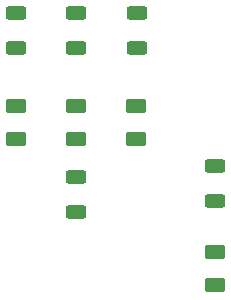
<source format=gbr>
%TF.GenerationSoftware,KiCad,Pcbnew,(6.0.0)*%
%TF.CreationDate,2022-05-11T10:24:23+02:00*%
%TF.ProjectId,speed_sensor,73706565-645f-4736-956e-736f722e6b69,v0.04*%
%TF.SameCoordinates,Original*%
%TF.FileFunction,Paste,Top*%
%TF.FilePolarity,Positive*%
%FSLAX46Y46*%
G04 Gerber Fmt 4.6, Leading zero omitted, Abs format (unit mm)*
G04 Created by KiCad (PCBNEW (6.0.0)) date 2022-05-11 10:24:23*
%MOMM*%
%LPD*%
G01*
G04 APERTURE LIST*
G04 Aperture macros list*
%AMRoundRect*
0 Rectangle with rounded corners*
0 $1 Rounding radius*
0 $2 $3 $4 $5 $6 $7 $8 $9 X,Y pos of 4 corners*
0 Add a 4 corners polygon primitive as box body*
4,1,4,$2,$3,$4,$5,$6,$7,$8,$9,$2,$3,0*
0 Add four circle primitives for the rounded corners*
1,1,$1+$1,$2,$3*
1,1,$1+$1,$4,$5*
1,1,$1+$1,$6,$7*
1,1,$1+$1,$8,$9*
0 Add four rect primitives between the rounded corners*
20,1,$1+$1,$2,$3,$4,$5,0*
20,1,$1+$1,$4,$5,$6,$7,0*
20,1,$1+$1,$6,$7,$8,$9,0*
20,1,$1+$1,$8,$9,$2,$3,0*%
G04 Aperture macros list end*
%ADD10RoundRect,0.250000X0.625000X-0.375000X0.625000X0.375000X-0.625000X0.375000X-0.625000X-0.375000X0*%
%ADD11RoundRect,0.250000X0.625000X-0.312500X0.625000X0.312500X-0.625000X0.312500X-0.625000X-0.312500X0*%
G04 APERTURE END LIST*
D10*
%TO.C,D4*%
X169545000Y-101414500D03*
X169545000Y-98614500D03*
%TD*%
%TO.C,D1*%
X176276000Y-113795000D03*
X176276000Y-110995000D03*
%TD*%
%TO.C,D2*%
X159385000Y-101414500D03*
X159385000Y-98614500D03*
%TD*%
D11*
%TO.C,R10*%
X164465000Y-93664500D03*
X164465000Y-90739500D03*
%TD*%
D10*
%TO.C,D3*%
X164465000Y-101414500D03*
X164465000Y-98614500D03*
%TD*%
D11*
%TO.C,R11*%
X169625000Y-93664500D03*
X169625000Y-90739500D03*
%TD*%
%TO.C,R9*%
X159385000Y-93664500D03*
X159385000Y-90739500D03*
%TD*%
%TO.C,R8*%
X176276000Y-106618500D03*
X176276000Y-103693500D03*
%TD*%
%TO.C,R12*%
X164465000Y-107573000D03*
X164465000Y-104648000D03*
%TD*%
M02*

</source>
